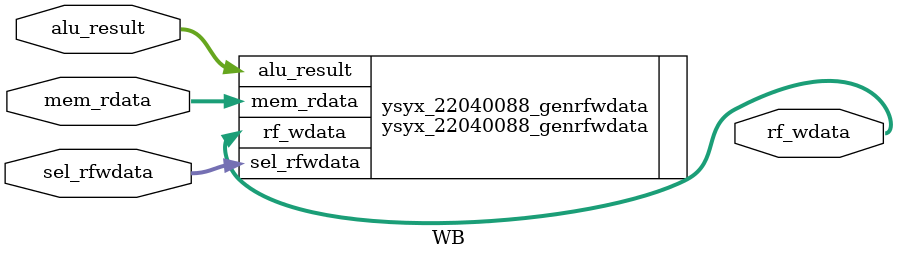
<source format=v>
module WB(
    input   [63:0] alu_result,
    input   [63:0] mem_rdata,
    input   [ 1:0] sel_rfwdata,
    output  [63:0] rf_wdata
);

ysyx_22040088_genrfwdata ysyx_22040088_genrfwdata(
    .alu_result  (alu_result  ),
    .mem_rdata   (mem_rdata   ),
    .sel_rfwdata (sel_rfwdata ),
    .rf_wdata    (rf_wdata    )
);

endmodule
</source>
